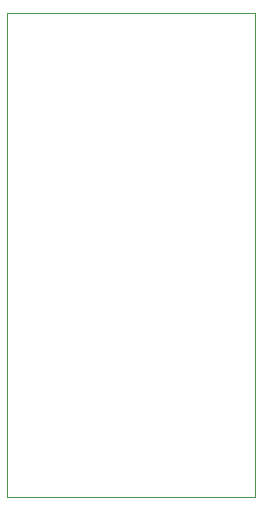
<source format=gm1>
G04 #@! TF.GenerationSoftware,KiCad,Pcbnew,(6.0.7-1)-1*
G04 #@! TF.CreationDate,2022-09-24T13:58:25+09:00*
G04 #@! TF.ProjectId,EB-BM71,45422d42-4d37-4312-9e6b-696361645f70,V1.0*
G04 #@! TF.SameCoordinates,Original*
G04 #@! TF.FileFunction,Profile,NP*
%FSLAX46Y46*%
G04 Gerber Fmt 4.6, Leading zero omitted, Abs format (unit mm)*
G04 Created by KiCad (PCBNEW (6.0.7-1)-1) date 2022-09-24 13:58:25*
%MOMM*%
%LPD*%
G01*
G04 APERTURE LIST*
G04 #@! TA.AperFunction,Profile*
%ADD10C,0.100000*%
G04 #@! TD*
G04 APERTURE END LIST*
D10*
X10500000Y-30000000D02*
X-10500000Y-30000000D01*
X-10500000Y11000000D02*
X10500000Y11000000D01*
X-10500000Y-30000000D02*
X-10500000Y11000000D01*
X10500000Y11000000D02*
X10500000Y-30000000D01*
M02*

</source>
